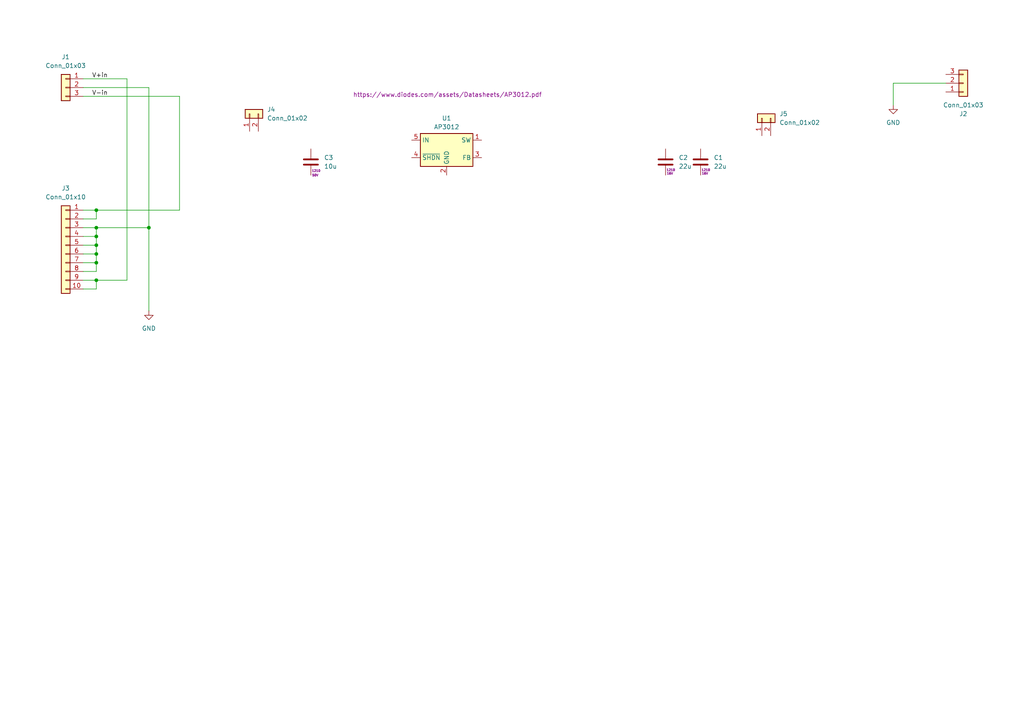
<source format=kicad_sch>
(kicad_sch (version 20231120) (generator "eeschema") (generator_version "8.0")
  (paper "A4")
  (lib_symbols
    (symbol "Connector_Generic:Conn_01x02" (pin_names (offset 1.016) hide)
      (property "Reference" "J" (at 0 2.54 0))
      (property "Value" "Conn_01x02" (at 0 -5.08 0))
      (symbol "Conn_01x02_1_1"
        (rectangle (start -1.27 -2.413) (end 0 -2.667) (stroke (width 0.1524)))
        (rectangle (start -1.27 0.127) (end 0 -0.127) (stroke (width 0.1524)))
        (rectangle (start -1.27 1.27) (end 1.27 -3.81) (stroke (width 0.254)) (fill (type background)))
        (pin passive line (at -5.08 0 0) (length 3.81) (name "Pin_1") (number "1"))
        (pin passive line (at -5.08 -2.54 0) (length 3.81) (name "Pin_2") (number "2"))
      )
    )
    (symbol "Connector_Generic:Conn_01x03" (pin_names (offset 1.016) hide)
      (property "Reference" "J" (at 0 5.08 0))
      (property "Value" "Conn_01x03" (at 0 -5.08 0))
      (symbol "Conn_01x03_1_1"
        (rectangle (start -1.27 -2.413) (end 0 -2.667) (stroke (width 0.1524)))
        (rectangle (start -1.27 0.127) (end 0 -0.127) (stroke (width 0.1524)))
        (rectangle (start -1.27 2.667) (end 0 2.413) (stroke (width 0.1524)))
        (rectangle (start -1.27 3.81) (end 1.27 -3.81) (stroke (width 0.254)) (fill (type background)))
        (pin passive line (at -5.08 2.54 0) (length 3.81) (name "Pin_1") (number "1"))
        (pin passive line (at -5.08 0 0) (length 3.81) (name "Pin_2") (number "2"))
        (pin passive line (at -5.08 -2.54 0) (length 3.81) (name "Pin_3") (number "3"))
      )
    )
    (symbol "Connector_Generic:Conn_01x10" (pin_names (offset 1.016) hide)
      (property "Reference" "J" (at 0 12.7 0))
      (property "Value" "Conn_01x10" (at 0 -15.24 0))
      (symbol "Conn_01x10_1_1"
        (rectangle (start -1.27 -12.573) (end 0 -12.827) (stroke (width 0.1524)))
        (rectangle (start -1.27 -10.033) (end 0 -10.287) (stroke (width 0.1524)))
        (rectangle (start -1.27 -7.493) (end 0 -7.747) (stroke (width 0.1524)))
        (rectangle (start -1.27 -4.953) (end 0 -5.207) (stroke (width 0.1524)))
        (rectangle (start -1.27 -2.413) (end 0 -2.667) (stroke (width 0.1524)))
        (rectangle (start -1.27 0.127) (end 0 -0.127) (stroke (width 0.1524)))
        (rectangle (start -1.27 2.667) (end 0 2.413) (stroke (width 0.1524)))
        (rectangle (start -1.27 5.207) (end 0 4.953) (stroke (width 0.1524)))
        (rectangle (start -1.27 7.747) (end 0 7.493) (stroke (width 0.1524)))
        (rectangle (start -1.27 10.287) (end 0 10.033) (stroke (width 0.1524)))
        (rectangle (start -1.27 11.43) (end 1.27 -13.97) (stroke (width 0.254)) (fill (type background)))
        (pin passive line (at -5.08 10.16 0) (length 3.81) (name "Pin_1") (number "1"))
        (pin passive line (at -5.08 -12.7 0) (length 3.81) (name "Pin_10") (number "10"))
        (pin passive line (at -5.08 7.62 0) (length 3.81) (name "Pin_2") (number "2"))
        (pin passive line (at -5.08 5.08 0) (length 3.81) (name "Pin_3") (number "3"))
        (pin passive line (at -5.08 2.54 0) (length 3.81) (name "Pin_4") (number "4"))
        (pin passive line (at -5.08 0 0) (length 3.81) (name "Pin_5") (number "5"))
        (pin passive line (at -5.08 -2.54 0) (length 3.81) (name "Pin_6") (number "6"))
        (pin passive line (at -5.08 -5.08 0) (length 3.81) (name "Pin_7") (number "7"))
        (pin passive line (at -5.08 -7.62 0) (length 3.81) (name "Pin_8") (number "8"))
        (pin passive line (at -5.08 -10.16 0) (length 3.81) (name "Pin_9") (number "9"))
      )
    )
    (symbol "Device:C" (pin_numbers hide) (pin_names (offset 0.254))
      (property "Reference" "C" (at 0.635 2.54 0))
      (property "Value" "C" (at 0.635 -2.54 0))
      (symbol "C_0_1"
        (polyline (pts (xy -2.032 -0.762) (xy 2.032 -0.762)) (stroke (width 0.508)))
        (polyline (pts (xy -2.032 0.762) (xy 2.032 0.762)) (stroke (width 0.508)))
      )
      (symbol "C_1_1"
        (pin passive line (at 0 3.81 270) (length 2.794) (name "~") (number "1"))
        (pin passive line (at 0 -3.81 90) (length 2.794) (name "~") (number "2"))
      )
    )
    (symbol "Regulator_Switching:AP3012"
      (property "Reference" "U" (at -7.62 5.715 0))
      (property "Value" "AP3012" (at 0 5.715 0))
      (symbol "AP3012_0_1"
        (rectangle (start -7.62 4.445) (end 7.62 -5.08) (stroke (width 0.254)) (fill (type background)))
      )
      (symbol "AP3012_1_1"
        (pin passive line (at 10.16 2.54 180) (length 2.54) (name "SW") (number "1"))
        (pin power_in line (at 0 -7.62 90) (length 2.54) (name "GND") (number "2"))
        (pin input line (at 10.16 -2.54 180) (length 2.54) (name "FB") (number "3"))
        (pin input line (at -10.16 -2.54 0) (length 2.54) (name "~{SHDN}") (number "4"))
        (pin power_in line (at -10.16 2.54 0) (length 2.54) (name "IN") (number "5"))
      )
    )
    (symbol "power:GND" (power) (pin_numbers hide) (pin_names (offset 0) hide)
      (property "Value" "GND" (at 0 -3.81 0))
      (symbol "GND_0_1"
        (polyline (pts (xy 0 0) (xy 0 -1.27) (xy 1.27 -1.27) (xy 0 -2.54) (xy -1.27 -1.27) (xy 0 -1.27)))
      )
      (symbol "GND_1_1"
        (pin power_in line (at 0 0 270) (length 0) (name "~") (number "1"))
      )
    )
  )
  (junction (at 27.94 71.12))
  (junction (at 27.94 68.58))
  (junction (at 27.94 81.28))
  (junction (at 27.94 73.66))
  (junction (at 27.94 76.2))
  (junction (at 27.94 66.04))
  (junction (at 27.94 60.96))
  (junction (at 43.18 66.04))
  (wire (pts (xy 52.07 60.96) (xy 52.07 27.94)))
  (wire (pts (xy 27.94 71.12) (xy 27.94 68.58)))
  (wire (pts (xy 27.94 66.04) (xy 43.18 66.04)))
  (wire (pts (xy 24.13 22.86) (xy 36.83 22.86)))
  (wire (pts (xy 27.94 78.74) (xy 27.94 76.2)))
  (wire (pts (xy 27.94 60.96) (xy 52.07 60.96)))
  (wire (pts (xy 24.13 25.4) (xy 43.18 25.4)))
  (wire (pts (xy 27.94 60.96) (xy 27.94 63.5)))
  (wire (pts (xy 27.94 73.66) (xy 27.94 71.12)))
  (wire (pts (xy 43.18 66.04) (xy 43.18 90.17)))
  (wire (pts (xy 27.94 81.28) (xy 27.94 83.82)))
  (wire (pts (xy 24.13 76.2) (xy 27.94 76.2)))
  (wire (pts (xy 24.13 66.04) (xy 27.94 66.04)))
  (wire (pts (xy 24.13 78.74) (xy 27.94 78.74)))
  (wire (pts (xy 274.32 24.13) (xy 259.08 24.13)))
  (wire (pts (xy 24.13 73.66) (xy 27.94 73.66)))
  (wire (pts (xy 27.94 68.58) (xy 27.94 66.04)))
  (wire (pts (xy 24.13 60.96) (xy 27.94 60.96)))
  (wire (pts (xy 24.13 63.5) (xy 27.94 63.5)))
  (wire (pts (xy 24.13 83.82) (xy 27.94 83.82)))
  (wire (pts (xy 27.94 81.28) (xy 36.83 81.28)))
  (wire (pts (xy 24.13 27.94) (xy 52.07 27.94)))
  (wire (pts (xy 27.94 76.2) (xy 27.94 73.66)))
  (wire (pts (xy 259.08 24.13) (xy 259.08 30.48)))
  (wire (pts (xy 43.18 25.4) (xy 43.18 66.04)))
  (wire (pts (xy 24.13 71.12) (xy 27.94 71.12)))
  (wire (pts (xy 24.13 68.58) (xy 27.94 68.58)))
  (wire (pts (xy 36.83 81.28) (xy 36.83 22.86)))
  (wire (pts (xy 24.13 81.28) (xy 27.94 81.28)))
  (label "V-in" (at 26.67 27.94 0))
  (label "V+in" (at 26.67 22.86 0))
  (symbol (lib_id "power:GND") (at 43.18 90.17 0) (unit 1)
    (property "Reference" "#PWR01" (effects (hide yes)))
    (property "Value" "GND" (at 43.18 95.25 0))
    (property "Description" "Power symbol creates a global label with name \"GND\" , ground" (effects (hide yes)))
  )
  (symbol (lib_id "Device:C") (at 203.2 46.99 0) (unit 1)
    (property "Reference" "C1" (at 207.01 45.7199 0) (effects (justify left)))
    (property "Value" "22u" (at 207.01 48.2599 0) (effects (justify left)))
    (property "Footprint" "Capacitor_SMD:C_1210_3225Metric_Pad1.33x2.70mm_HandSolder" (effects (hide yes)))
    (property "Description" "Unpolarized capacitor" (effects (hide yes)))
    (property "Package" "1210" (at 204.724 49.276 0) (effects (font (size 0.635 0.635))))
    (property "Voltage" "16V" (at 204.47 50.292 0) (effects (font (size 0.635 0.635))))
  )
  (symbol (lib_id "Connector_Generic:Conn_01x03") (at 19.05 25.4 0) (mirror y) (unit 1)
    (property "Reference" "J1" (at 19.05 16.51 0))
    (property "Value" "Conn_01x03" (at 19.05 19.05 0))
    (property "Footprint" "Connector_Phoenix_MSTB:PhoenixContact_MSTBA_2,5_3-G-5,08_1x03_P5.08mm_Horizontal" (effects (hide yes)))
    (property "Description" "Generic connector, single row, 01x03, script generated (kicad-library-utils/schlib/autogen/connector/)" (effects (hide yes)))
  )
  (symbol (lib_id "Regulator_Switching:AP3012") (at 129.54 43.18 0) (unit 1)
    (property "Reference" "U1" (at 129.54 34.29 0))
    (property "Value" "AP3012" (at 129.54 36.83 0))
    (property "Footprint" "Package_TO_SOT_SMD:SOT-23-5" (effects (hide yes)))
    (property "Datasheet" "https://www.diodes.com/assets/Datasheets/AP3012.pdf" (at 129.794 27.432 0))
    (property "Description" "500mA, Adjustable Step-Up Voltage Regulator, 1.5MHz Frequency, SOT-23-5" (effects (hide yes)))
  )
  (symbol (lib_id "Connector_Generic:Conn_01x02") (at 220.98 34.29 90) (unit 1)
    (property "Reference" "J5" (at 226.06 33.0199 90) (effects (justify right)))
    (property "Value" "Conn_01x02" (at 226.06 35.5599 90) (effects (justify right)))
    (property "Footprint" "Connector_PinHeader_2.54mm:PinHeader_1x02_P2.54mm_Vertical" (effects (hide yes)))
    (property "Description" "Generic connector, single row, 01x02, script generated (kicad-library-utils/schlib/autogen/connector/)" (effects (hide yes)))
  )
  (symbol (lib_id "Connector_Generic:Conn_01x10") (at 19.05 71.12 0) (mirror y) (unit 1)
    (property "Reference" "J3" (at 19.05 54.61 0))
    (property "Value" "Conn_01x10" (at 19.05 57.15 0))
    (property "Footprint" "Connector_IDC:IDC-Header_2x05_P2.54mm_Vertical" (effects (hide yes)))
    (property "Description" "Generic connector, single row, 01x10, script generated (kicad-library-utils/schlib/autogen/connector/)" (effects (hide yes)))
  )
  (symbol (lib_id "Device:C") (at 193.04 46.99 0) (unit 1)
    (property "Reference" "C2" (at 196.85 45.7199 0) (effects (justify left)))
    (property "Value" "22u" (at 196.85 48.2599 0) (effects (justify left)))
    (property "Footprint" "Capacitor_SMD:C_1210_3225Metric_Pad1.33x2.70mm_HandSolder" (effects (hide yes)))
    (property "Description" "Unpolarized capacitor" (effects (hide yes)))
    (property "Package" "1210" (at 194.564 49.276 0) (effects (font (size 0.635 0.635))))
    (property "Voltage" "16V" (at 194.31 50.292 0) (effects (font (size 0.635 0.635))))
  )
  (symbol (lib_id "Connector_Generic:Conn_01x03") (at 279.4 24.13 0) (mirror x) (unit 1)
    (property "Reference" "J2" (at 279.4 33.02 0))
    (property "Value" "Conn_01x03" (at 279.4 30.48 0))
    (property "Footprint" "Connector_Phoenix_MSTB:PhoenixContact_MSTBA_2,5_3-G-5,08_1x03_P5.08mm_Horizontal" (effects (hide yes)))
    (property "Description" "Generic connector, single row, 01x03, script generated (kicad-library-utils/schlib/autogen/connector/)" (effects (hide yes)))
  )
  (symbol (lib_id "power:GND") (at 259.08 30.48 0) (unit 1)
    (property "Reference" "#PWR02" (effects (hide yes)))
    (property "Value" "GND" (at 259.08 35.56 0))
    (property "Description" "Power symbol creates a global label with name \"GND\" , ground" (effects (hide yes)))
  )
  (symbol (lib_id "Connector_Generic:Conn_01x02") (at 72.39 33.02 90) (unit 1)
    (property "Reference" "J4" (at 77.47 31.7499 90) (effects (justify right)))
    (property "Value" "Conn_01x02" (at 77.47 34.2899 90) (effects (justify right)))
    (property "Footprint" "Connector_PinHeader_2.54mm:PinHeader_1x02_P2.54mm_Vertical" (effects (hide yes)))
    (property "Description" "Generic connector, single row, 01x02, script generated (kicad-library-utils/schlib/autogen/connector/)" (effects (hide yes)))
  )
  (symbol (lib_id "Device:C") (at 90.17 46.99 0) (unit 1)
    (property "Reference" "C3" (at 93.98 45.7199 0) (effects (justify left)))
    (property "Value" "10u" (at 93.98 48.2599 0) (effects (justify left)))
    (property "Footprint" "Capacitor_SMD:C_1210_3225Metric_Pad1.33x2.70mm_HandSolder" (effects (hide yes)))
    (property "Description" "Unpolarized capacitor" (effects (hide yes)))
    (property "Voltage" "50V" (at 91.44 50.8 0) (effects (font (size 0.635 0.635))))
    (property "Package" "1210" (at 91.694 49.53 0) (effects (font (size 0.635 0.635))))
  )
)
</source>
